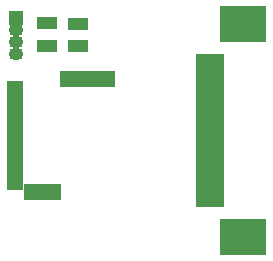
<source format=gbs>
G04 #@! TF.FileFunction,Soldermask,Bot*
%FSLAX46Y46*%
G04 Gerber Fmt 4.6, Leading zero omitted, Abs format (unit mm)*
G04 Created by KiCad (PCBNEW 4.0.6) date 04/13/18 15:31:21*
%MOMM*%
%LPD*%
G01*
G04 APERTURE LIST*
%ADD10C,0.100000*%
%ADD11R,2.400000X1.010000*%
%ADD12R,4.000000X3.080000*%
%ADD13R,1.250000X1.250000*%
%ADD14O,1.250000X1.100000*%
%ADD15R,0.810000X1.400000*%
%ADD16R,1.400000X0.810000*%
%ADD17R,1.700000X1.100000*%
G04 APERTURE END LIST*
D10*
D11*
X167600000Y-86000000D03*
X167600000Y-87000000D03*
X167600000Y-88000000D03*
X167600000Y-89000000D03*
X167600000Y-90000000D03*
X167600000Y-91000000D03*
X167600000Y-92000000D03*
X167600000Y-93000000D03*
X167600000Y-94000000D03*
X167600000Y-95000000D03*
X167600000Y-96000000D03*
X167600000Y-97000000D03*
X167600000Y-98000000D03*
D12*
X170400000Y-83010000D03*
X170400000Y-100990000D03*
D13*
X151200000Y-82500000D03*
D14*
X151200000Y-83500000D03*
X151200000Y-84500000D03*
X151200000Y-85500000D03*
D15*
X155400000Y-87685000D03*
X154630000Y-97175000D03*
X153870000Y-97175000D03*
X153110000Y-97175000D03*
X152350000Y-97175000D03*
D16*
X151110000Y-96615000D03*
X151110000Y-95855000D03*
X151110000Y-95095000D03*
X151110000Y-94335000D03*
X151110000Y-93575000D03*
X151110000Y-92805000D03*
X151110000Y-92045000D03*
X151110000Y-91285000D03*
X151110000Y-90525000D03*
X151110000Y-89765000D03*
X151110000Y-88995000D03*
X151110000Y-88235000D03*
D15*
X156160000Y-87685000D03*
X156920000Y-87685000D03*
X157680000Y-87685000D03*
X158440000Y-87685000D03*
X159210000Y-87685000D03*
D17*
X156475000Y-82950000D03*
X156475000Y-84850000D03*
X153825000Y-82925000D03*
X153825000Y-84825000D03*
M02*

</source>
